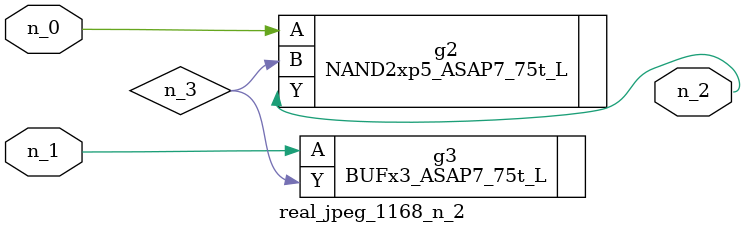
<source format=v>
module real_jpeg_1168_n_2 (n_1, n_0, n_2);

input n_1;
input n_0;

output n_2;

wire n_3;

NAND2xp5_ASAP7_75t_L g2 ( 
.A(n_0),
.B(n_3),
.Y(n_2)
);

BUFx3_ASAP7_75t_L g3 ( 
.A(n_1),
.Y(n_3)
);


endmodule
</source>
